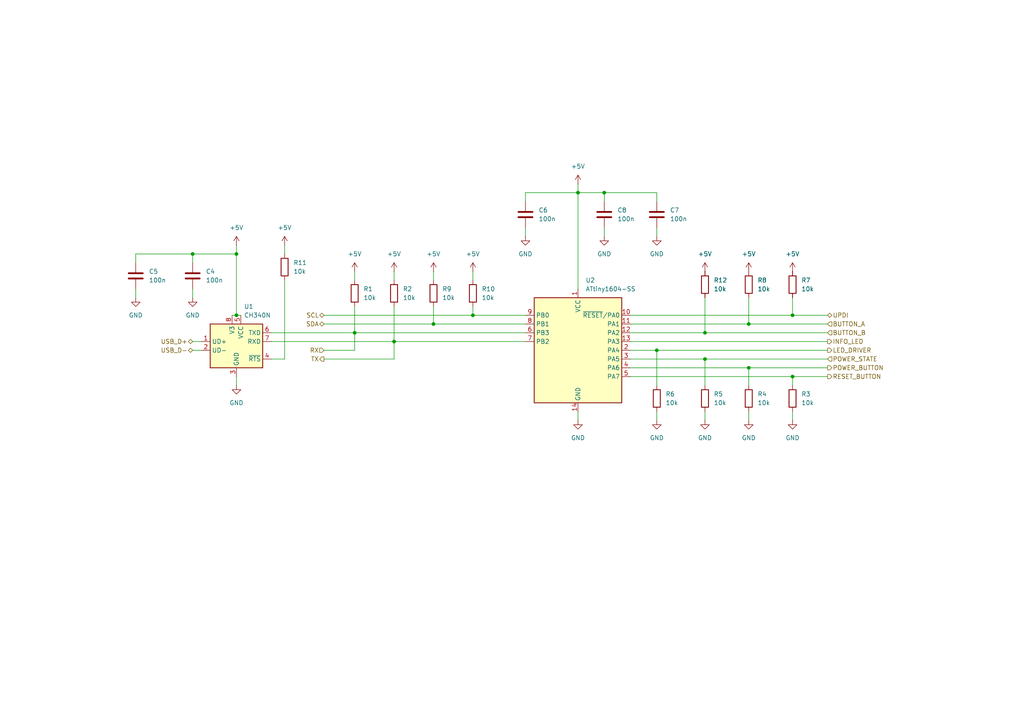
<source format=kicad_sch>
(kicad_sch (version 20231120) (generator "eeschema") (generator_version "8.0")
  (paper "A4")
  (lib_symbols
    (symbol "Device:C" (pin_numbers hide) (pin_names (offset 0.254))
      (property "Reference" "C" (at 0.635 2.54 0))
      (property "Value" "C" (at 0.635 -2.54 0))
      (symbol "C_0_1"
        (polyline (pts (xy -2.032 -0.762) (xy 2.032 -0.762)) (stroke (width 0.508)))
        (polyline (pts (xy -2.032 0.762) (xy 2.032 0.762)) (stroke (width 0.508)))
      )
      (symbol "C_1_1"
        (pin passive line (at 0 3.81 270) (length 2.794) (name "~") (number "1"))
        (pin passive line (at 0 -3.81 90) (length 2.794) (name "~") (number "2"))
      )
    )
    (symbol "Device:R" (pin_numbers hide) (pin_names (offset 0))
      (property "Reference" "R" (at 2.032 0 90))
      (property "Value" "R" (at 0 0 90))
      (symbol "R_0_1"
        (rectangle (start -1.016 -2.54) (end 1.016 2.54) (stroke (width 0.254)))
      )
      (symbol "R_1_1"
        (pin passive line (at 0 3.81 270) (length 1.27) (name "~") (number "1"))
        (pin passive line (at 0 -3.81 90) (length 1.27) (name "~") (number "2"))
      )
    )
    (symbol "Interface_USB:CH340N"
      (property "Reference" "U1" (at 2.1941 10.16 0))
      (property "Value" "CH340N" (at 2.1941 7.62 0))
      (symbol "CH340N_0_1"
        (rectangle (start -7.62 5.08) (end 7.62 -7.62) (stroke (width 0.254)) (fill (type background)))
      )
      (symbol "CH340N_1_1"
        (pin bidirectional line (at -10.16 0 0) (length 2.54) (name "UD+") (number "1"))
        (pin bidirectional line (at -10.16 -2.54 0) (length 2.54) (name "UD-") (number "2"))
        (pin power_in line (at 0 -10.16 90) (length 2.54) (name "GND") (number "3"))
        (pin output line (at 10.16 -5.08 180) (length 2.54) (name "~{RTS}") (number "4"))
        (pin power_in line (at 1.27 7.62 270) (length 2.54) (name "VCC") (number "5"))
        (pin output line (at 10.16 2.54 180) (length 2.54) (name "TXD") (number "6"))
        (pin input line (at 10.16 0 180) (length 2.54) (name "RXD") (number "7"))
        (pin passive line (at -1.27 7.62 270) (length 2.54) (name "V3") (number "8"))
      )
    )
    (symbol "MCU_Microchip_ATtiny:ATtiny1604-SS"
      (property "Reference" "U2" (at 2.1941 20.32 0))
      (property "Value" "ATtiny1604-SS" (at 2.1941 17.78 0))
      (symbol "ATtiny1604-SS_0_1"
        (rectangle (start -12.7 -15.24) (end 12.7 15.24) (stroke (width 0.254)) (fill (type background)))
      )
      (symbol "ATtiny1604-SS_1_1"
        (pin power_in line (at 0 17.78 270) (length 2.54) (name "VCC") (number "1"))
        (pin bidirectional line (at 15.24 10.16 180) (length 2.54) (name "~{RESET}/PA0") (number "10"))
        (pin bidirectional line (at 15.24 7.62 180) (length 2.54) (name "PA1") (number "11"))
        (pin bidirectional line (at 15.24 5.08 180) (length 2.54) (name "PA2") (number "12"))
        (pin bidirectional line (at 15.24 2.54 180) (length 2.54) (name "PA3") (number "13"))
        (pin power_in line (at 0 -17.78 90) (length 2.54) (name "GND") (number "14"))
        (pin bidirectional line (at 15.24 0 180) (length 2.54) (name "PA4") (number "2"))
        (pin bidirectional line (at 15.24 -2.54 180) (length 2.54) (name "PA5") (number "3"))
        (pin bidirectional line (at 15.24 -5.08 180) (length 2.54) (name "PA6") (number "4"))
        (pin bidirectional line (at 15.24 -7.62 180) (length 2.54) (name "PA7") (number "5"))
        (pin bidirectional line (at -15.24 5.08 0) (length 2.54) (name "PB3") (number "6"))
        (pin bidirectional line (at -15.24 2.54 0) (length 2.54) (name "PB2") (number "7"))
        (pin bidirectional line (at -15.24 7.62 0) (length 2.54) (name "PB1") (number "8"))
        (pin bidirectional line (at -15.24 10.16 0) (length 2.54) (name "PB0") (number "9"))
      )
    )
    (symbol "power:+5V" (power) (pin_numbers hide) (pin_names (offset 0) hide)
      (property "Value" "+5V" (at 0 3.556 0))
      (symbol "+5V_0_1"
        (polyline (pts (xy -0.762 1.27) (xy 0 2.54)))
        (polyline (pts (xy 0 0) (xy 0 2.54)))
        (polyline (pts (xy 0 2.54) (xy 0.762 1.27)))
      )
      (symbol "+5V_1_1"
        (pin power_in line (at 0 0 90) (length 0) (name "~") (number "1"))
      )
    )
    (symbol "power:GND" (power) (pin_numbers hide) (pin_names (offset 0) hide)
      (property "Value" "GND" (at 0 -3.81 0))
      (symbol "GND_0_1"
        (polyline (pts (xy 0 0) (xy 0 -1.27) (xy 1.27 -1.27) (xy 0 -2.54) (xy -1.27 -1.27) (xy 0 -1.27)))
      )
      (symbol "GND_1_1"
        (pin power_in line (at 0 0 270) (length 0) (name "~") (number "1"))
      )
    )
  )
  (junction (at 217.17 93.98))
  (junction (at 125.73 93.98))
  (junction (at 137.16 91.44))
  (junction (at 204.47 96.52))
  (junction (at 229.87 109.22))
  (junction (at 204.47 104.14))
  (junction (at 68.58 91.44))
  (junction (at 114.3 99.06))
  (junction (at 102.87 96.52))
  (junction (at 68.58 73.66))
  (junction (at 229.87 91.44))
  (junction (at 175.26 55.88))
  (junction (at 167.64 55.88))
  (junction (at 217.17 106.68))
  (junction (at 190.5 101.6))
  (junction (at 55.88 73.66))
  (wire (pts (xy 137.16 91.44) (xy 137.16 88.9)))
  (wire (pts (xy 167.64 55.88) (xy 167.64 83.82)))
  (wire (pts (xy 102.87 88.9) (xy 102.87 96.52)))
  (wire (pts (xy 93.98 91.44) (xy 137.16 91.44)))
  (wire (pts (xy 204.47 96.52) (xy 240.03 96.52)))
  (wire (pts (xy 55.88 99.06) (xy 58.42 99.06)))
  (wire (pts (xy 137.16 91.44) (xy 152.4 91.44)))
  (wire (pts (xy 114.3 88.9) (xy 114.3 99.06)))
  (wire (pts (xy 217.17 86.36) (xy 217.17 93.98)))
  (wire (pts (xy 175.26 66.04) (xy 175.26 68.58)))
  (wire (pts (xy 68.58 91.44) (xy 69.85 91.44)))
  (wire (pts (xy 229.87 109.22) (xy 229.87 111.76)))
  (wire (pts (xy 167.64 55.88) (xy 175.26 55.88)))
  (wire (pts (xy 125.73 78.74) (xy 125.73 81.28)))
  (wire (pts (xy 152.4 55.88) (xy 167.64 55.88)))
  (wire (pts (xy 39.37 76.2) (xy 39.37 73.66)))
  (wire (pts (xy 125.73 93.98) (xy 152.4 93.98)))
  (wire (pts (xy 217.17 106.68) (xy 217.17 111.76)))
  (wire (pts (xy 182.88 96.52) (xy 204.47 96.52)))
  (wire (pts (xy 182.88 101.6) (xy 190.5 101.6)))
  (wire (pts (xy 68.58 109.22) (xy 68.58 111.76)))
  (wire (pts (xy 55.88 83.82) (xy 55.88 86.36)))
  (wire (pts (xy 78.74 99.06) (xy 114.3 99.06)))
  (wire (pts (xy 229.87 119.38) (xy 229.87 121.92)))
  (wire (pts (xy 114.3 99.06) (xy 152.4 99.06)))
  (wire (pts (xy 204.47 86.36) (xy 204.47 96.52)))
  (wire (pts (xy 102.87 78.74) (xy 102.87 81.28)))
  (wire (pts (xy 190.5 55.88) (xy 175.26 55.88)))
  (wire (pts (xy 82.55 104.14) (xy 78.74 104.14)))
  (wire (pts (xy 229.87 86.36) (xy 229.87 91.44)))
  (wire (pts (xy 152.4 66.04) (xy 152.4 68.58)))
  (wire (pts (xy 190.5 66.04) (xy 190.5 68.58)))
  (wire (pts (xy 182.88 106.68) (xy 217.17 106.68)))
  (wire (pts (xy 190.5 119.38) (xy 190.5 121.92)))
  (wire (pts (xy 55.88 76.2) (xy 55.88 73.66)))
  (wire (pts (xy 240.03 99.06) (xy 182.88 99.06)))
  (wire (pts (xy 190.5 101.6) (xy 240.03 101.6)))
  (wire (pts (xy 39.37 73.66) (xy 55.88 73.66)))
  (wire (pts (xy 67.31 91.44) (xy 68.58 91.44)))
  (wire (pts (xy 78.74 96.52) (xy 102.87 96.52)))
  (wire (pts (xy 182.88 91.44) (xy 229.87 91.44)))
  (wire (pts (xy 204.47 104.14) (xy 204.47 111.76)))
  (wire (pts (xy 82.55 81.28) (xy 82.55 104.14)))
  (wire (pts (xy 125.73 93.98) (xy 125.73 88.9)))
  (wire (pts (xy 82.55 71.12) (xy 82.55 73.66)))
  (wire (pts (xy 217.17 93.98) (xy 240.03 93.98)))
  (wire (pts (xy 68.58 73.66) (xy 68.58 91.44)))
  (wire (pts (xy 55.88 101.6) (xy 58.42 101.6)))
  (wire (pts (xy 55.88 73.66) (xy 68.58 73.66)))
  (wire (pts (xy 182.88 93.98) (xy 217.17 93.98)))
  (wire (pts (xy 217.17 106.68) (xy 240.03 106.68)))
  (wire (pts (xy 93.98 104.14) (xy 114.3 104.14)))
  (wire (pts (xy 102.87 96.52) (xy 152.4 96.52)))
  (wire (pts (xy 102.87 101.6) (xy 102.87 96.52)))
  (wire (pts (xy 190.5 101.6) (xy 190.5 111.76)))
  (wire (pts (xy 137.16 78.74) (xy 137.16 81.28)))
  (wire (pts (xy 114.3 104.14) (xy 114.3 99.06)))
  (wire (pts (xy 182.88 104.14) (xy 204.47 104.14)))
  (wire (pts (xy 93.98 101.6) (xy 102.87 101.6)))
  (wire (pts (xy 93.98 93.98) (xy 125.73 93.98)))
  (wire (pts (xy 167.64 53.34) (xy 167.64 55.88)))
  (wire (pts (xy 182.88 109.22) (xy 229.87 109.22)))
  (wire (pts (xy 217.17 119.38) (xy 217.17 121.92)))
  (wire (pts (xy 167.64 119.38) (xy 167.64 121.92)))
  (wire (pts (xy 68.58 71.12) (xy 68.58 73.66)))
  (wire (pts (xy 190.5 55.88) (xy 190.5 58.42)))
  (wire (pts (xy 152.4 58.42) (xy 152.4 55.88)))
  (wire (pts (xy 39.37 83.82) (xy 39.37 86.36)))
  (wire (pts (xy 229.87 91.44) (xy 240.03 91.44)))
  (wire (pts (xy 175.26 55.88) (xy 175.26 58.42)))
  (wire (pts (xy 114.3 78.74) (xy 114.3 81.28)))
  (wire (pts (xy 229.87 109.22) (xy 240.03 109.22)))
  (wire (pts (xy 204.47 119.38) (xy 204.47 121.92)))
  (wire (pts (xy 204.47 104.14) (xy 240.03 104.14)))
  (hierarchical_label "RX" (shape input) (at 93.98 101.6 180))
  (hierarchical_label "BUTTON_A" (shape input) (at 240.03 93.98 0))
  (hierarchical_label "BUTTON_B" (shape input) (at 240.03 96.52 0))
  (hierarchical_label "RESET_BUTTON" (shape output) (at 240.03 109.22 0))
  (hierarchical_label "USB_D+" (shape bidirectional) (at 55.88 99.06 180))
  (hierarchical_label "USB_D-" (shape bidirectional) (at 55.88 101.6 180))
  (hierarchical_label "SDA" (shape bidirectional) (at 93.98 93.98 180))
  (hierarchical_label "POWER_STATE" (shape input) (at 240.03 104.14 0))
  (hierarchical_label "POWER_BUTTON" (shape output) (at 240.03 106.68 0))
  (hierarchical_label "LED_DRIVER" (shape output) (at 240.03 101.6 0))
  (hierarchical_label "UPDI" (shape bidirectional) (at 240.03 91.44 0))
  (hierarchical_label "TX" (shape output) (at 93.98 104.14 180))
  (hierarchical_label "INFO_LED" (shape output) (at 240.03 99.06 0))
  (hierarchical_label "SCL" (shape bidirectional) (at 93.98 91.44 180))
  (symbol (lib_id "Device:R") (at 204.47 115.57 0) (unit 1)
    (property "Reference" "R5" (at 207.01 114.2999 0) (effects (justify left)))
    (property "Value" "10k" (at 207.01 116.8399 0) (effects (justify left)))
    (property "Footprint" "Resistor_SMD:R_0805_2012Metric_Pad1.20x1.40mm_HandSolder" (effects (hide yes)))
    (property "Description" "Resistor" (effects (hide yes)))
  )
  (symbol (lib_id "power:GND") (at 39.37 86.36 0) (unit 1)
    (property "Reference" "#PWR08" (effects (hide yes)))
    (property "Value" "GND" (at 39.37 91.44 0))
    (property "Description" "Power symbol creates a global label with name \"GND\" , ground" (effects (hide yes)))
  )
  (symbol (lib_id "power:GND") (at 204.47 121.92 0) (unit 1)
    (property "Reference" "#PWR017" (effects (hide yes)))
    (property "Value" "GND" (at 204.47 127 0))
    (property "Description" "Power symbol creates a global label with name \"GND\" , ground" (effects (hide yes)))
  )
  (symbol (lib_id "Device:C") (at 55.88 80.01 0) (unit 1)
    (property "Reference" "C4" (at 59.69 78.7399 0) (effects (justify left)))
    (property "Value" "100n" (at 59.69 81.2799 0) (effects (justify left)))
    (property "Footprint" "Capacitor_SMD:C_0805_2012Metric_Pad1.18x1.45mm_HandSolder" (effects (hide yes)))
    (property "Description" "Unpolarized capacitor" (effects (hide yes)))
  )
  (symbol (lib_id "Device:R") (at 217.17 82.55 0) (unit 1)
    (property "Reference" "R8" (at 219.71 81.2799 0) (effects (justify left)))
    (property "Value" "10k" (at 219.71 83.8199 0) (effects (justify left)))
    (property "Footprint" "Resistor_SMD:R_0805_2012Metric_Pad1.20x1.40mm_HandSolder" (effects (hide yes)))
    (property "Description" "Resistor" (effects (hide yes)))
  )
  (symbol (lib_id "power:+5V") (at 137.16 78.74 0) (unit 1)
    (property "Reference" "#PWR024" (effects (hide yes)))
    (property "Value" "+5V" (at 137.16 73.66 0))
    (property "Description" "Power symbol creates a global label with name \"+5V\"" (effects (hide yes)))
  )
  (symbol (lib_id "Device:R") (at 217.17 115.57 0) (unit 1)
    (property "Reference" "R4" (at 219.71 114.2999 0) (effects (justify left)))
    (property "Value" "10k" (at 219.71 116.8399 0) (effects (justify left)))
    (property "Footprint" "Resistor_SMD:R_0805_2012Metric_Pad1.20x1.40mm_HandSolder" (effects (hide yes)))
    (property "Description" "Resistor" (effects (hide yes)))
  )
  (symbol (lib_id "power:GND") (at 55.88 86.36 0) (unit 1)
    (property "Reference" "#PWR07" (effects (hide yes)))
    (property "Value" "GND" (at 55.88 91.44 0))
    (property "Description" "Power symbol creates a global label with name \"GND\" , ground" (effects (hide yes)))
  )
  (symbol (lib_id "Device:R") (at 82.55 77.47 0) (unit 1)
    (property "Reference" "R11" (at 85.09 76.1999 0) (effects (justify left)))
    (property "Value" "10k" (at 85.09 78.7399 0) (effects (justify left)))
    (property "Footprint" "Resistor_SMD:R_0805_2012Metric_Pad1.20x1.40mm_HandSolder" (effects (hide yes)))
    (property "Description" "Resistor" (effects (hide yes)))
  )
  (symbol (lib_id "power:GND") (at 167.64 121.92 0) (unit 1)
    (property "Reference" "#PWR013" (effects (hide yes)))
    (property "Value" "GND" (at 167.64 127 0))
    (property "Description" "Power symbol creates a global label with name \"GND\" , ground" (effects (hide yes)))
  )
  (symbol (lib_id "Device:C") (at 39.37 80.01 0) (unit 1)
    (property "Reference" "C5" (at 43.18 78.7399 0) (effects (justify left)))
    (property "Value" "100n" (at 43.18 81.2799 0) (effects (justify left)))
    (property "Footprint" "Capacitor_SMD:C_0805_2012Metric_Pad1.18x1.45mm_HandSolder" (effects (hide yes)))
    (property "Description" "Unpolarized capacitor" (effects (hide yes)))
  )
  (symbol (lib_id "Device:R") (at 229.87 82.55 0) (unit 1)
    (property "Reference" "R7" (at 232.41 81.2799 0) (effects (justify left)))
    (property "Value" "10k" (at 232.41 83.8199 0) (effects (justify left)))
    (property "Footprint" "Resistor_SMD:R_0805_2012Metric_Pad1.20x1.40mm_HandSolder" (effects (hide yes)))
    (property "Description" "Resistor" (effects (hide yes)))
  )
  (symbol (lib_id "power:+5V") (at 68.58 71.12 0) (unit 1)
    (property "Reference" "#PWR06" (effects (hide yes)))
    (property "Value" "+5V" (at 68.58 66.04 0))
    (property "Description" "Power symbol creates a global label with name \"+5V\"" (effects (hide yes)))
  )
  (symbol (lib_id "power:+5V") (at 82.55 71.12 0) (unit 1)
    (property "Reference" "#PWR025" (effects (hide yes)))
    (property "Value" "+5V" (at 82.55 66.04 0))
    (property "Description" "Power symbol creates a global label with name \"+5V\"" (effects (hide yes)))
  )
  (symbol (lib_id "power:GND") (at 190.5 121.92 0) (unit 1)
    (property "Reference" "#PWR020" (effects (hide yes)))
    (property "Value" "GND" (at 190.5 127 0))
    (property "Description" "Power symbol creates a global label with name \"GND\" , ground" (effects (hide yes)))
  )
  (symbol (lib_id "power:+5V") (at 204.47 78.74 0) (unit 1)
    (property "Reference" "#PWR026" (effects (hide yes)))
    (property "Value" "+5V" (at 204.47 73.66 0))
    (property "Description" "Power symbol creates a global label with name \"+5V\"" (effects (hide yes)))
  )
  (symbol (lib_id "power:GND") (at 217.17 121.92 0) (unit 1)
    (property "Reference" "#PWR018" (effects (hide yes)))
    (property "Value" "GND" (at 217.17 127 0))
    (property "Description" "Power symbol creates a global label with name \"GND\" , ground" (effects (hide yes)))
  )
  (symbol (lib_id "Interface_USB:CH340N") (at 68.58 99.06 0) (unit 1)
    (property "Reference" "U1" (at 70.7741 88.9 0) (effects (justify left)))
    (property "Value" "CH340N" (at 70.7741 91.44 0) (effects (justify left)))
    (property "Footprint" "Package_SO:SOP-8_3.9x4.9mm_P1.27mm" (effects (hide yes)))
    (property "Datasheet" "https://aitendo3.sakura.ne.jp/aitendo_data/product_img/ic/inteface/CH340N/ch340n.pdf" (effects (hide yes)))
    (property "Description" "USB serial converter, 2Mbps, UART, SOP-8" (effects (hide yes)))
  )
  (symbol (lib_id "power:GND") (at 175.26 68.58 0) (unit 1)
    (property "Reference" "#PWR016" (effects (hide yes)))
    (property "Value" "GND" (at 175.26 73.66 0))
    (property "Description" "Power symbol creates a global label with name \"GND\" , ground" (effects (hide yes)))
  )
  (symbol (lib_id "Device:R") (at 102.87 85.09 0) (unit 1)
    (property "Reference" "R1" (at 105.41 83.8199 0) (effects (justify left)))
    (property "Value" "10k" (at 105.41 86.3599 0) (effects (justify left)))
    (property "Footprint" "Resistor_SMD:R_0805_2012Metric_Pad1.20x1.40mm_HandSolder" (effects (hide yes)))
    (property "Description" "Resistor" (effects (hide yes)))
  )
  (symbol (lib_id "Device:C") (at 152.4 62.23 0) (unit 1)
    (property "Reference" "C6" (at 156.21 60.9599 0) (effects (justify left)))
    (property "Value" "100n" (at 156.21 63.4999 0) (effects (justify left)))
    (property "Footprint" "Capacitor_SMD:C_0805_2012Metric_Pad1.18x1.45mm_HandSolder" (effects (hide yes)))
    (property "Description" "Unpolarized capacitor" (effects (hide yes)))
  )
  (symbol (lib_id "power:+5V") (at 114.3 78.74 0) (unit 1)
    (property "Reference" "#PWR010" (effects (hide yes)))
    (property "Value" "+5V" (at 114.3 73.66 0))
    (property "Description" "Power symbol creates a global label with name \"+5V\"" (effects (hide yes)))
  )
  (symbol (lib_id "Device:C") (at 190.5 62.23 0) (unit 1)
    (property "Reference" "C7" (at 194.31 60.9599 0) (effects (justify left)))
    (property "Value" "100n" (at 194.31 63.4999 0) (effects (justify left)))
    (property "Footprint" "Capacitor_SMD:C_0805_2012Metric_Pad1.18x1.45mm_HandSolder" (effects (hide yes)))
    (property "Description" "Unpolarized capacitor" (effects (hide yes)))
  )
  (symbol (lib_id "power:+5V") (at 167.64 53.34 0) (unit 1)
    (property "Reference" "#PWR012" (effects (hide yes)))
    (property "Value" "+5V" (at 167.64 48.26 0))
    (property "Description" "Power symbol creates a global label with name \"+5V\"" (effects (hide yes)))
  )
  (symbol (lib_id "Device:R") (at 137.16 85.09 0) (unit 1)
    (property "Reference" "R10" (at 139.7 83.8199 0) (effects (justify left)))
    (property "Value" "10k" (at 139.7 86.3599 0) (effects (justify left)))
    (property "Footprint" "Resistor_SMD:R_0805_2012Metric_Pad1.20x1.40mm_HandSolder" (effects (hide yes)))
    (property "Description" "Resistor" (effects (hide yes)))
  )
  (symbol (lib_id "MCU_Microchip_ATtiny:ATtiny1604-SS") (at 167.64 101.6 0) (unit 1)
    (property "Reference" "U2" (at 169.8341 81.28 0) (effects (justify left)))
    (property "Value" "ATtiny1604-SS" (at 169.8341 83.82 0) (effects (justify left)))
    (property "Footprint" "Package_SO:SOIC-14_3.9x8.7mm_P1.27mm" (effects (hide yes)))
    (property "Datasheet" "http://ww1.microchip.com/downloads/en/DeviceDoc/ATtiny804_1604-Data-Sheet-40002028A.pdf" (effects (hide yes)))
    (property "Description" "20MHz, 16kB Flash, 1kB SRAM, 256B EEPROM, SOIC-14" (effects (hide yes)))
  )
  (symbol (lib_id "power:GND") (at 152.4 68.58 0) (unit 1)
    (property "Reference" "#PWR014" (effects (hide yes)))
    (property "Value" "GND" (at 152.4 73.66 0))
    (property "Description" "Power symbol creates a global label with name \"GND\" , ground" (effects (hide yes)))
  )
  (symbol (lib_id "power:GND") (at 229.87 121.92 0) (unit 1)
    (property "Reference" "#PWR019" (effects (hide yes)))
    (property "Value" "GND" (at 229.87 127 0))
    (property "Description" "Power symbol creates a global label with name \"GND\" , ground" (effects (hide yes)))
  )
  (symbol (lib_id "power:+5V") (at 125.73 78.74 0) (unit 1)
    (property "Reference" "#PWR023" (effects (hide yes)))
    (property "Value" "+5V" (at 125.73 73.66 0))
    (property "Description" "Power symbol creates a global label with name \"+5V\"" (effects (hide yes)))
  )
  (symbol (lib_id "Device:R") (at 125.73 85.09 0) (unit 1)
    (property "Reference" "R9" (at 128.27 83.8199 0) (effects (justify left)))
    (property "Value" "10k" (at 128.27 86.3599 0) (effects (justify left)))
    (property "Footprint" "Resistor_SMD:R_0805_2012Metric_Pad1.20x1.40mm_HandSolder" (effects (hide yes)))
    (property "Description" "Resistor" (effects (hide yes)))
  )
  (symbol (lib_id "Device:R") (at 190.5 115.57 0) (unit 1)
    (property "Reference" "R6" (at 193.04 114.2999 0) (effects (justify left)))
    (property "Value" "10k" (at 193.04 116.8399 0) (effects (justify left)))
    (property "Footprint" "Resistor_SMD:R_0805_2012Metric_Pad1.20x1.40mm_HandSolder" (effects (hide yes)))
    (property "Description" "Resistor" (effects (hide yes)))
  )
  (symbol (lib_id "power:GND") (at 190.5 68.58 0) (unit 1)
    (property "Reference" "#PWR015" (effects (hide yes)))
    (property "Value" "GND" (at 190.5 73.66 0))
    (property "Description" "Power symbol creates a global label with name \"GND\" , ground" (effects (hide yes)))
  )
  (symbol (lib_id "power:+5V") (at 102.87 78.74 0) (unit 1)
    (property "Reference" "#PWR011" (effects (hide yes)))
    (property "Value" "+5V" (at 102.87 73.66 0))
    (property "Description" "Power symbol creates a global label with name \"+5V\"" (effects (hide yes)))
  )
  (symbol (lib_id "power:+5V") (at 217.17 78.74 0) (unit 1)
    (property "Reference" "#PWR021" (effects (hide yes)))
    (property "Value" "+5V" (at 217.17 73.66 0))
    (property "Description" "Power symbol creates a global label with name \"+5V\"" (effects (hide yes)))
  )
  (symbol (lib_id "Device:R") (at 229.87 115.57 0) (unit 1)
    (property "Reference" "R3" (at 232.41 114.2999 0) (effects (justify left)))
    (property "Value" "10k" (at 232.41 116.8399 0) (effects (justify left)))
    (property "Footprint" "Resistor_SMD:R_0805_2012Metric_Pad1.20x1.40mm_HandSolder" (effects (hide yes)))
    (property "Description" "Resistor" (effects (hide yes)))
  )
  (symbol (lib_id "power:+5V") (at 229.87 78.74 0) (unit 1)
    (property "Reference" "#PWR022" (effects (hide yes)))
    (property "Value" "+5V" (at 229.87 73.66 0))
    (property "Description" "Power symbol creates a global label with name \"+5V\"" (effects (hide yes)))
  )
  (symbol (lib_id "Device:R") (at 204.47 82.55 0) (unit 1)
    (property "Reference" "R12" (at 207.01 81.2799 0) (effects (justify left)))
    (property "Value" "10k" (at 207.01 83.8199 0) (effects (justify left)))
    (property "Footprint" "Resistor_SMD:R_0805_2012Metric_Pad1.20x1.40mm_HandSolder" (effects (hide yes)))
    (property "Description" "Resistor" (effects (hide yes)))
  )
  (symbol (lib_id "Device:C") (at 175.26 62.23 0) (unit 1)
    (property "Reference" "C8" (at 179.07 60.9599 0) (effects (justify left)))
    (property "Value" "100n" (at 179.07 63.4999 0) (effects (justify left)))
    (property "Footprint" "Capacitor_SMD:C_0805_2012Metric_Pad1.18x1.45mm_HandSolder" (effects (hide yes)))
    (property "Description" "Unpolarized capacitor" (effects (hide yes)))
  )
  (symbol (lib_id "power:GND") (at 68.58 111.76 0) (unit 1)
    (property "Reference" "#PWR09" (effects (hide yes)))
    (property "Value" "GND" (at 68.58 116.84 0))
    (property "Description" "Power symbol creates a global label with name \"GND\" , ground" (effects (hide yes)))
  )
  (symbol (lib_id "Device:R") (at 114.3 85.09 0) (unit 1)
    (property "Reference" "R2" (at 116.84 83.8199 0) (effects (justify left)))
    (property "Value" "10k" (at 116.84 86.3599 0) (effects (justify left)))
    (property "Footprint" "Resistor_SMD:R_0805_2012Metric_Pad1.20x1.40mm_HandSolder" (effects (hide yes)))
    (property "Description" "Resistor" (effects (hide yes)))
  )
)
</source>
